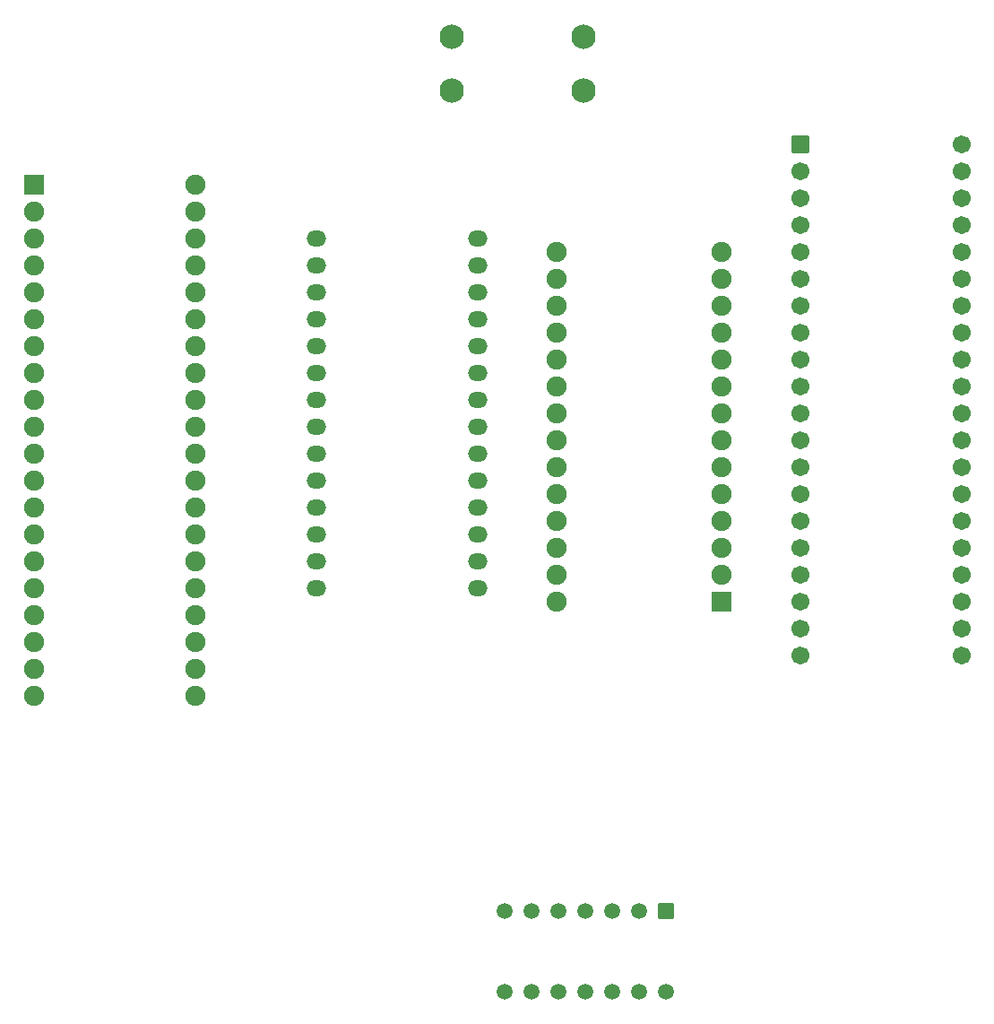
<source format=gbs>
G04 Layer: BottomSolderMaskLayer*
G04 EasyEDA v6.5.20, 2022-11-28 03:27:33*
G04 a67cddfb3fce44daa9051d46cbbcc19f,10*
G04 Gerber Generator version 0.2*
G04 Scale: 100 percent, Rotated: No, Reflected: No *
G04 Dimensions in inches *
G04 leading zeros omitted , absolute positions ,3 integer and 6 decimal *
%FSLAX36Y36*%
%MOIN*%

%AMMACRO1*1,1,$1,$2,$3*1,1,$1,$4,$5*1,1,$1,0-$2,0-$3*1,1,$1,0-$4,0-$5*20,1,$1,$2,$3,$4,$5,0*20,1,$1,$4,$5,0-$2,0-$3,0*20,1,$1,0-$2,0-$3,0-$4,0-$5,0*20,1,$1,0-$4,0-$5,$2,$3,0*4,1,4,$2,$3,$4,$5,0-$2,0-$3,0-$4,0-$5,$2,$3,0*%
%ADD10C,0.0906*%
%ADD11MACRO1,0.004X0.0275X-0.0275X-0.0275X-0.0275*%
%ADD12C,0.0590*%
%ADD13C,0.0670*%
%ADD14MACRO1,0.004X0.0315X0.0315X0.0315X-0.0315*%
%ADD15O,0.072898X0.059118000000000004*%
%ADD16C,0.0749*%
%ADD17MACRO1,0.004X-0.0354X-0.0354X-0.0354X0.0354*%
%ADD18MACRO1,0.004X0.0354X0.0354X0.0354X-0.0354*%

%LPD*%
D10*
G01*
X3196099Y3500000D03*
G01*
X2703900Y3500000D03*
G01*
X3196099Y3700000D03*
G01*
X2703900Y3700000D03*
D11*
G01*
X3500000Y450000D03*
D12*
G01*
X3400000Y450000D03*
G01*
X3300000Y450000D03*
G01*
X3200000Y450000D03*
G01*
X3100000Y450000D03*
G01*
X3000000Y450000D03*
G01*
X2900000Y450000D03*
G01*
X2900000Y150000D03*
G01*
X3000000Y150000D03*
G01*
X3100000Y150000D03*
G01*
X3200000Y150000D03*
G01*
X3300000Y150000D03*
G01*
X3400000Y150000D03*
G01*
X3500000Y150000D03*
D13*
G01*
X4600000Y2400000D03*
G01*
X4600000Y2300000D03*
G01*
X4600000Y2200000D03*
G01*
X4600000Y2500000D03*
G01*
X4600000Y2600000D03*
G01*
X4600000Y2100000D03*
G01*
X4600000Y2700000D03*
G01*
X4600000Y2000000D03*
G01*
X4600000Y2800000D03*
G01*
X4600000Y1900000D03*
G01*
X4600000Y1800000D03*
G01*
X4600000Y1700000D03*
G01*
X4600000Y2900000D03*
G01*
X4600000Y3000000D03*
G01*
X4600000Y1600000D03*
G01*
X4600000Y1500000D03*
G01*
X4600000Y1400000D03*
G01*
X4600000Y3100000D03*
G01*
X4600000Y3200000D03*
G01*
X4600000Y3300000D03*
G01*
X4000000Y2400000D03*
D14*
G01*
X4000000Y3300000D03*
D13*
G01*
X4000000Y3200000D03*
G01*
X4000000Y3100000D03*
G01*
X4000000Y3000000D03*
G01*
X4000000Y2900000D03*
G01*
X4000000Y2800000D03*
G01*
X4000000Y2700000D03*
G01*
X4000000Y2600000D03*
G01*
X4000000Y2500000D03*
G01*
X4000000Y2300000D03*
G01*
X4000000Y2200000D03*
G01*
X4000000Y2100000D03*
G01*
X4000000Y2000000D03*
G01*
X4000000Y1900000D03*
G01*
X4000000Y1800000D03*
G01*
X4000000Y1700000D03*
G01*
X4000000Y1600000D03*
G01*
X4000000Y1500000D03*
G01*
X4000000Y1400000D03*
D15*
G01*
X2800000Y1649989D03*
G01*
X2200000Y1649989D03*
G01*
X2800000Y1749989D03*
G01*
X2200000Y1749989D03*
G01*
X2800000Y1849989D03*
G01*
X2200000Y1849989D03*
G01*
X2800000Y1949989D03*
G01*
X2200000Y1949989D03*
G01*
X2800000Y2049989D03*
G01*
X2200000Y2049989D03*
G01*
X2800000Y2149989D03*
G01*
X2200000Y2149989D03*
G01*
X2800000Y2249989D03*
G01*
X2200000Y2249989D03*
G01*
X2800000Y2349989D03*
G01*
X2200000Y2349989D03*
G01*
X2800000Y2449989D03*
G01*
X2200000Y2449989D03*
G01*
X2800000Y2549989D03*
G01*
X2200000Y2549989D03*
G01*
X2800000Y2649989D03*
G01*
X2200000Y2649989D03*
G01*
X2800000Y2749989D03*
G01*
X2200000Y2749989D03*
G01*
X2800000Y2849989D03*
G01*
X2200000Y2849989D03*
G01*
X2800000Y2949989D03*
G01*
X2200000Y2949989D03*
D16*
G01*
X3092910Y1600000D03*
G01*
X3092910Y1700000D03*
G01*
X3092910Y1800000D03*
G01*
X3092910Y1900000D03*
G01*
X3092910Y2000000D03*
G01*
X3092910Y2100000D03*
G01*
X3092910Y2200000D03*
G01*
X3092910Y2300000D03*
G01*
X3092910Y2400000D03*
G01*
X3092910Y2500000D03*
G01*
X3092910Y2600000D03*
G01*
X3092910Y2700000D03*
G01*
X3092910Y2800000D03*
G01*
X3092910Y2900000D03*
G01*
X3707089Y2900000D03*
G01*
X3707089Y2800000D03*
G01*
X3707089Y2700000D03*
G01*
X3707089Y2600000D03*
G01*
X3707089Y2500000D03*
G01*
X3707089Y2400000D03*
G01*
X3707089Y2300000D03*
G01*
X3707089Y2100000D03*
G01*
X3707089Y2000000D03*
G01*
X3707089Y1900000D03*
G01*
X3707089Y1800000D03*
G01*
X3707089Y1700000D03*
G01*
X3707089Y2200000D03*
D17*
G01*
X3707088Y1600000D03*
D16*
G01*
X1150000Y1350000D03*
G01*
X1150000Y1550000D03*
G01*
X1150000Y1450000D03*
G01*
X1150000Y1950000D03*
G01*
X1150000Y2350000D03*
G01*
X1150000Y2450000D03*
G01*
X1150000Y2550000D03*
G01*
X1150000Y2650000D03*
G01*
X1150000Y2750000D03*
G01*
X1150000Y2850000D03*
G01*
X1150000Y2950000D03*
G01*
X1150000Y3050000D03*
D18*
G01*
X1150000Y3150000D03*
D16*
G01*
X1150000Y2250000D03*
G01*
X1150000Y2050000D03*
G01*
X1150000Y2150000D03*
G01*
X1150000Y1850000D03*
G01*
X1150000Y1650000D03*
G01*
X1150000Y1750000D03*
G01*
X1150000Y1250000D03*
G01*
X1750000Y3050000D03*
G01*
X1750000Y3150000D03*
G01*
X1750000Y2950000D03*
G01*
X1750000Y2850000D03*
G01*
X1750000Y1650000D03*
G01*
X1750000Y1750000D03*
G01*
X1750000Y1850000D03*
G01*
X1750000Y1950000D03*
G01*
X1750000Y1550000D03*
G01*
X1750000Y1450000D03*
G01*
X1750000Y1350000D03*
G01*
X1750000Y1250000D03*
G01*
X1750000Y2350000D03*
G01*
X1750000Y2250000D03*
G01*
X1750000Y2150000D03*
G01*
X1750000Y2050000D03*
G01*
X1750000Y2450000D03*
G01*
X1750000Y2550000D03*
G01*
X1750000Y2650000D03*
G01*
X1750000Y2750000D03*
M02*

</source>
